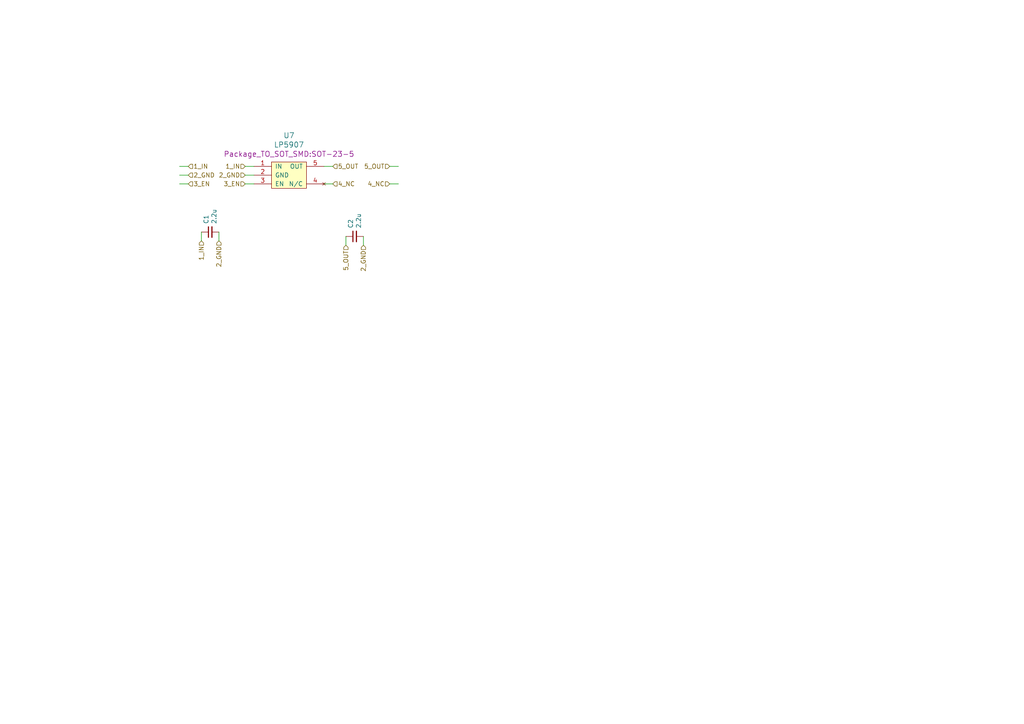
<source format=kicad_sch>
(kicad_sch (version 20230121) (generator eeschema)
  (paper "A4")
  (lib_symbols
    (symbol "FreeEEG32-ads131-rescue:C_Small-Device" (pin_numbers hide) (pin_names (offset 0.254) hide)
      (property "Reference" "C" (at 0.254 1.778 0))
      (property "Value" "C_Small-Device" (at 0.254 -2.032 0))
      (symbol "C_Small-Device_0_1"
        (polyline (pts (xy -1.524 -0.508) (xy 1.524 -0.508)) (stroke (width 0.3302)))
        (polyline (pts (xy -1.524 0.508) (xy 1.524 0.508)) (stroke (width 0.3048)))
      )
      (symbol "C_Small-Device_1_1"
        (pin passive line (at 0 2.54 270) (length 2.032) (name "~") (number "1"))
        (pin passive line (at 0 -2.54 90) (length 2.032) (name "~") (number "2"))
      )
    )
    (symbol "FreeEEG32-ads131-rescue:LP5907-lp5907" (pin_names (offset 1.016))
      (property "Reference" "U" (at 0 5.08 0))
      (property "Value" "LP5907-lp5907" (at 0 -5.08 0))
      (symbol "LP5907-lp5907_0_1"
        (rectangle (start -5.08 3.81) (end 5.08 -3.81) (fill (type background)))
      )
      (symbol "LP5907-lp5907_1_1"
        (pin input line (at -10.16 2.54 0) (length 5.08) (name "IN") (number "1"))
        (pin input line (at -10.16 0 0) (length 5.08) (name "GND") (number "2"))
        (pin input line (at -10.16 -2.54 0) (length 5.08) (name "EN") (number "3"))
        (pin no_connect line (at 10.16 -2.54 180) (length 5.08) (name "N/C") (number "4"))
        (pin output line (at 10.16 2.54 180) (length 5.08) (name "OUT") (number "5"))
      )
    )
  )
  (wire (pts (xy 113.03 48.26) (xy 115.57 48.26)))
  (wire (pts (xy 100.33 71.12) (xy 100.33 68.58)))
  (wire (pts (xy 54.61 53.34) (xy 52.07 53.34)))
  (wire (pts (xy 113.03 53.34) (xy 115.57 53.34)))
  (wire (pts (xy 105.41 71.12) (xy 105.41 68.58)))
  (wire (pts (xy 54.61 50.8) (xy 52.07 50.8)))
  (wire (pts (xy 96.52 48.26) (xy 93.98 48.26)))
  (wire (pts (xy 63.5 69.85) (xy 63.5 67.31)))
  (wire (pts (xy 71.12 50.8) (xy 73.66 50.8)))
  (wire (pts (xy 58.42 69.85) (xy 58.42 67.31)))
  (wire (pts (xy 71.12 48.26) (xy 73.66 48.26)))
  (wire (pts (xy 54.61 48.26) (xy 52.07 48.26)))
  (wire (pts (xy 96.52 53.34) (xy 93.98 53.34)))
  (wire (pts (xy 71.12 53.34) (xy 73.66 53.34)))
  (hierarchical_label "5_OUT" (shape input) (at 96.52 48.26 0))
  (hierarchical_label "5_OUT" (shape input) (at 113.03 48.26 180))
  (hierarchical_label "1_IN" (shape input) (at 54.61 48.26 0))
  (hierarchical_label "1_IN" (shape input) (at 58.42 69.85 270))
  (hierarchical_label "1_IN" (shape input) (at 71.12 48.26 180))
  (hierarchical_label "5_OUT" (shape input) (at 100.33 71.12 270))
  (hierarchical_label "2_GND" (shape input) (at 54.61 50.8 0))
  (hierarchical_label "4_NC" (shape input) (at 96.52 53.34 0))
  (hierarchical_label "3_EN" (shape input) (at 54.61 53.34 0))
  (hierarchical_label "2_GND" (shape input) (at 71.12 50.8 180))
  (hierarchical_label "2_GND" (shape input) (at 63.5 69.85 270))
  (hierarchical_label "3_EN" (shape input) (at 71.12 53.34 180))
  (hierarchical_label "4_NC" (shape input) (at 113.03 53.34 180))
  (hierarchical_label "2_GND" (shape input) (at 105.41 71.12 270))
  (symbol (lib_id "FreeEEG32-ads131-rescue:C_Small-Device") (at 102.87 68.58 90) (unit 1)
    (property "Reference" "C2" (at 101.7016 66.2432 0) (effects (justify left)))
    (property "Value" "2.2u" (at 104.013 66.2432 0) (effects (justify left)))
    (property "Footprint" "Capacitor_SMD:C_0603_1608Metric" (effects hide))
    (property "MNP" "GRM188R71A225KE15D" (effects hide))
  )
  (symbol (lib_id "FreeEEG32-ads131-rescue:C_Small-Device") (at 60.96 67.31 90) (unit 1)
    (property "Reference" "C1" (at 59.7916 64.9732 0) (effects (justify left)))
    (property "Value" "2.2u" (at 62.103 64.9732 0) (effects (justify left)))
    (property "Footprint" "Capacitor_SMD:C_0603_1608Metric" (effects hide))
    (property "MNP" "GRM188R71A225KE15D" (effects hide))
  )
  (symbol (lib_id "FreeEEG32-ads131-rescue:LP5907-lp5907") (at 83.82 50.8 0) (unit 1)
    (property "Reference" "U7" (at 83.82 39.2938 0) (effects (font (size 1.524 1.524))))
    (property "Value" "LP5907" (at 83.82 41.9862 0) (effects (font (size 1.524 1.524))))
    (property "Footprint" "Package_TO_SOT_SMD:SOT-23-5" (at 83.82 44.6786 0) (effects (font (size 1.524 1.524))))
    (property "MNP" "LP5907QMFX-3.3Q1" (effects hide))
    (property "Manufacturer" "Texas Instruments" (effects hide))
  )
)
</source>
